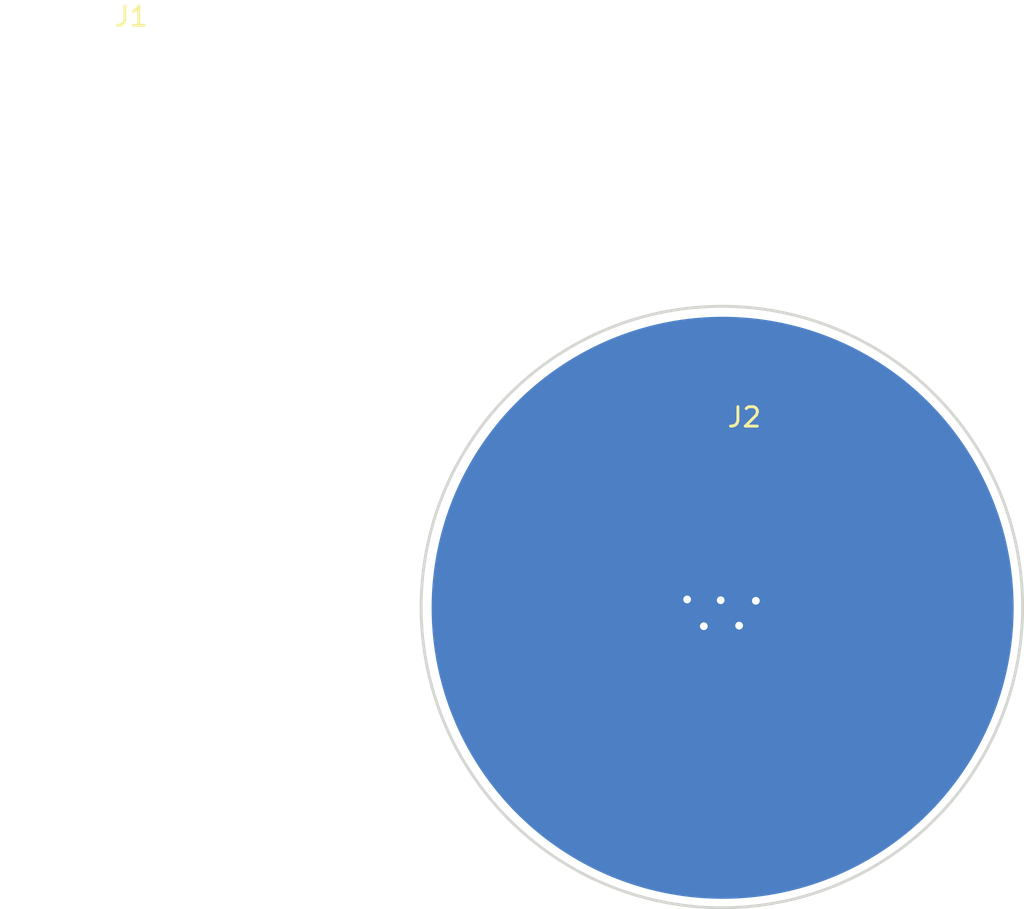
<source format=kicad_pcb>
(kicad_pcb (version 20171130) (host pcbnew "(5.0.0-3-g5ebb6b6)")

  (general
    (thickness 1.6)
    (drawings 1)
    (tracks 5)
    (zones 0)
    (modules 2)
    (nets 2)
  )

  (page A4)
  (layers
    (0 F.Cu signal)
    (31 B.Cu signal)
    (32 B.Adhes user)
    (33 F.Adhes user)
    (34 B.Paste user)
    (35 F.Paste user)
    (36 B.SilkS user)
    (37 F.SilkS user)
    (38 B.Mask user)
    (39 F.Mask user)
    (40 Dwgs.User user)
    (41 Cmts.User user)
    (42 Eco1.User user)
    (43 Eco2.User user)
    (44 Edge.Cuts user)
    (45 Margin user)
    (46 B.CrtYd user)
    (47 F.CrtYd user)
    (48 B.Fab user)
    (49 F.Fab user)
  )

  (setup
    (last_trace_width 0.25)
    (trace_clearance 0.2)
    (zone_clearance 0.508)
    (zone_45_only no)
    (trace_min 0.2)
    (segment_width 0.2)
    (edge_width 0.15)
    (via_size 0.8)
    (via_drill 0.4)
    (via_min_size 0.4)
    (via_min_drill 0.3)
    (uvia_size 0.3)
    (uvia_drill 0.1)
    (uvias_allowed no)
    (uvia_min_size 0.2)
    (uvia_min_drill 0.1)
    (pcb_text_width 0.3)
    (pcb_text_size 1.5 1.5)
    (mod_edge_width 0.15)
    (mod_text_size 1 1)
    (mod_text_width 0.15)
    (pad_size 30 30)
    (pad_drill 0)
    (pad_to_mask_clearance 0.2)
    (aux_axis_origin 0 0)
    (visible_elements FFFFFF7F)
    (pcbplotparams
      (layerselection 0x010fc_ffffffff)
      (usegerberextensions false)
      (usegerberattributes false)
      (usegerberadvancedattributes false)
      (creategerberjobfile false)
      (excludeedgelayer true)
      (linewidth 0.100000)
      (plotframeref false)
      (viasonmask false)
      (mode 1)
      (useauxorigin false)
      (hpglpennumber 1)
      (hpglpenspeed 20)
      (hpglpendiameter 15.000000)
      (psnegative false)
      (psa4output false)
      (plotreference true)
      (plotvalue true)
      (plotinvisibletext false)
      (padsonsilk false)
      (subtractmaskfromsilk false)
      (outputformat 1)
      (mirror false)
      (drillshape 0)
      (scaleselection 1)
      (outputdirectory "gerber/"))
  )

  (net 0 "")
  (net 1 "Net-(J1-Pad1)")

  (net_class Default "This is the default net class."
    (clearance 0.2)
    (trace_width 0.25)
    (via_dia 0.8)
    (via_drill 0.4)
    (uvia_dia 0.3)
    (uvia_drill 0.1)
    (add_net "Net-(J1-Pad1)")
  )

  (module "patchantenna:top patch1" (layer F.Cu) (tedit 5BCA9637) (tstamp 5BCA95D9)
    (at 111.8 57.19)
    (path /5BCA9599)
    (fp_text reference J1 (at -29.21 -10.16) (layer F.SilkS)
      (effects (font (size 1 1) (thickness 0.15)))
    )
    (fp_text value Conn_01x01_Male (at -29.21 -5.08) (layer F.Fab)
      (effects (font (size 1 1) (thickness 0.15)))
    )
    (pad 1 smd circle (at 1.27 20.32) (size 30 30) (layers B.Cu F.Paste F.Mask)
      (net 1 "Net-(J1-Pad1)"))
  )

  (module patchantenna:throughhole1 (layer F.Cu) (tedit 5BC21D07) (tstamp 5BCA95DE)
    (at 114.19 67.19)
    (path /5BCA95F5)
    (fp_text reference J2 (at 0 0.5) (layer F.SilkS)
      (effects (font (size 1 1) (thickness 0.15)))
    )
    (fp_text value Conn_01x01_Male (at 0 -0.5) (layer F.Fab)
      (effects (font (size 1 1) (thickness 0.15)))
    )
    (pad 1 smd circle (at -1.27 10.16) (size 10 10) (layers F.Cu F.Paste F.Mask)
      (net 1 "Net-(J1-Pad1)"))
  )

  (gr_circle (center 113.03 77.47) (end 114 62) (layer Edge.Cuts) (width 0.15))

  (via (at 113.92 78.43) (size 0.8) (drill 0.4) (layers F.Cu B.Cu) (net 1))
  (via (at 112.1 78.46) (size 0.8) (drill 0.4) (layers F.Cu B.Cu) (net 1))
  (via (at 114.78 77.15) (size 0.8) (drill 0.4) (layers F.Cu B.Cu) (net 1))
  (via (at 112.97 77.12) (size 0.8) (drill 0.4) (layers F.Cu B.Cu) (net 1))
  (via (at 111.24 77.08) (size 0.8) (drill 0.4) (layers F.Cu B.Cu) (net 1))

)

</source>
